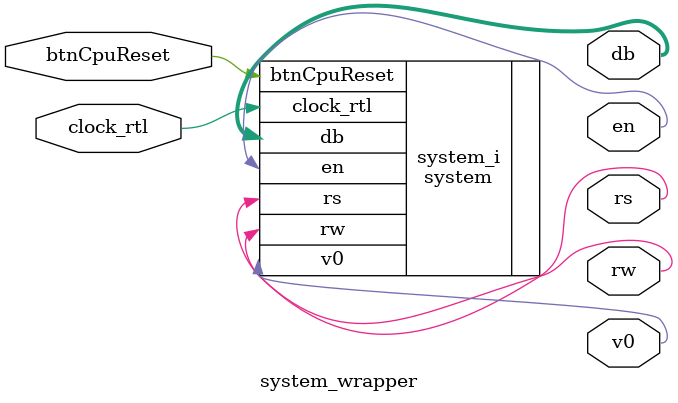
<source format=v>
`timescale 1 ps / 1 ps

module system_wrapper
   (btnCpuReset,
    clock_rtl,
    db,
    en,
    rs,
    rw,
    v0);
  input btnCpuReset;
  input clock_rtl;
  output [3:0]db;
  output en;
  output rs;
  output rw;
  output v0;

  wire btnCpuReset;
  wire clock_rtl;
  wire [3:0]db;
  wire en;
  wire rs;
  wire rw;
  wire v0;

system system_i
       (.btnCpuReset(btnCpuReset),
        .clock_rtl(clock_rtl),
        .db(db),
        .en(en),
        .rs(rs),
        .rw(rw),
        .v0(v0));
endmodule

</source>
